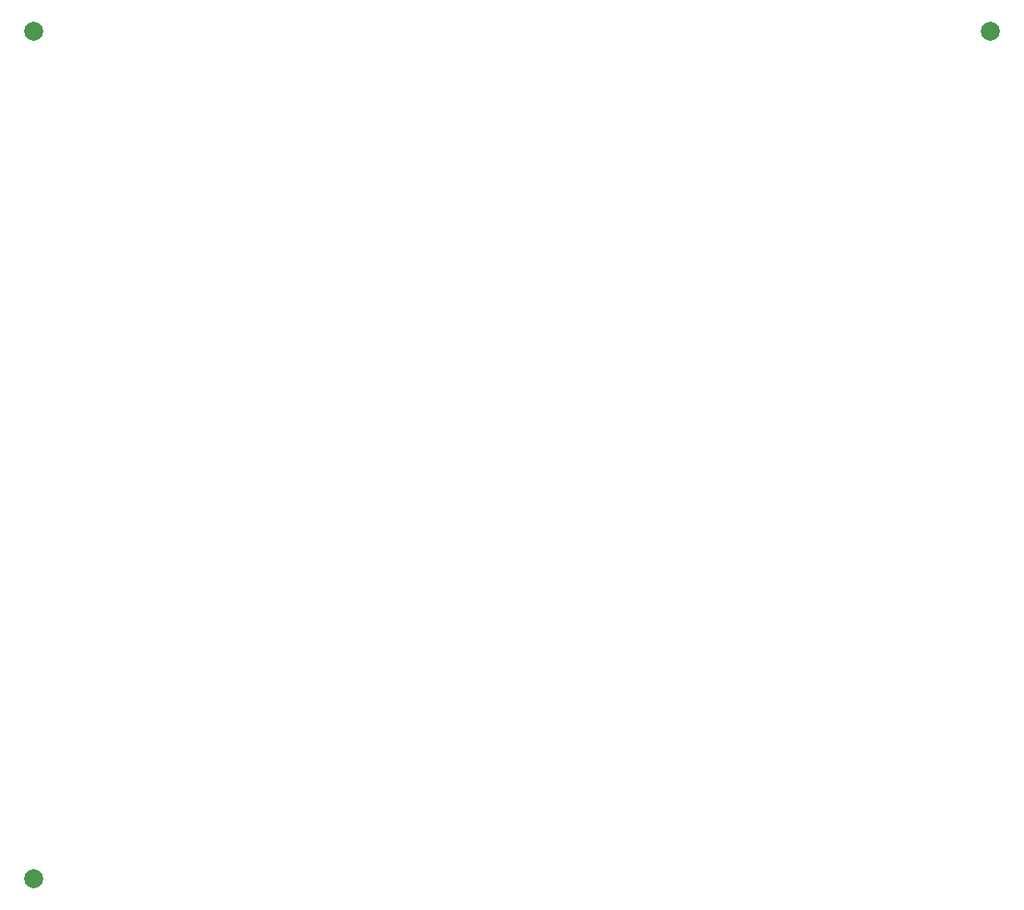
<source format=gbp>
G04 #@! TF.GenerationSoftware,KiCad,Pcbnew,(6.0.11)*
G04 #@! TF.CreationDate,2023-02-11T17:54:05+01:00*
G04 #@! TF.ProjectId,UDB-panel,5544422d-7061-46e6-956c-2e6b69636164,C4-RC1*
G04 #@! TF.SameCoordinates,Original*
G04 #@! TF.FileFunction,Paste,Bot*
G04 #@! TF.FilePolarity,Positive*
%FSLAX46Y46*%
G04 Gerber Fmt 4.6, Leading zero omitted, Abs format (unit mm)*
G04 Created by KiCad (PCBNEW (6.0.11)) date 2023-02-11 17:54:05*
%MOMM*%
%LPD*%
G01*
G04 APERTURE LIST*
%ADD10C,2.000000*%
G04 APERTURE END LIST*
D10*
G04 #@! TO.C,REF\u002A\u002A*
X2500000Y2500000D03*
G04 #@! TD*
G04 #@! TO.C,REF\u002A\u002A*
X103500000Y92000000D03*
G04 #@! TD*
G04 #@! TO.C,REF\u002A\u002A*
X2500000Y92000000D03*
G04 #@! TD*
M02*

</source>
